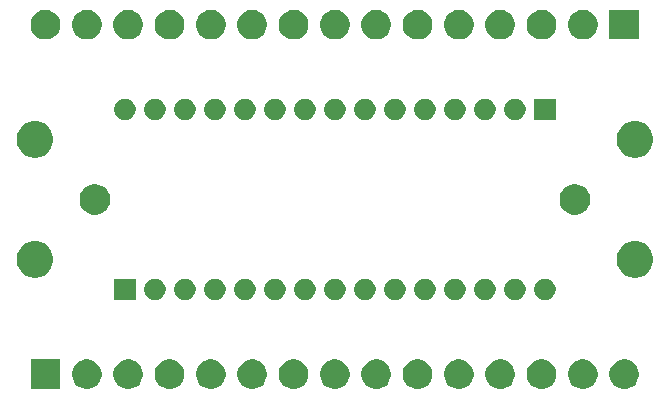
<source format=gbr>
G04 #@! TF.GenerationSoftware,KiCad,Pcbnew,5.1.5-52549c5~86~ubuntu18.04.1*
G04 #@! TF.CreationDate,2020-09-14T13:58:43-05:00*
G04 #@! TF.ProjectId,C04,4330342e-6b69-4636-9164-5f7063625858,rev?*
G04 #@! TF.SameCoordinates,Original*
G04 #@! TF.FileFunction,Soldermask,Bot*
G04 #@! TF.FilePolarity,Negative*
%FSLAX46Y46*%
G04 Gerber Fmt 4.6, Leading zero omitted, Abs format (unit mm)*
G04 Created by KiCad (PCBNEW 5.1.5-52549c5~86~ubuntu18.04.1) date 2020-09-14 13:58:43*
%MOMM*%
%LPD*%
G04 APERTURE LIST*
%ADD10C,0.100000*%
G04 APERTURE END LIST*
D10*
G36*
X25961000Y-55094000D02*
G01*
X23459000Y-55094000D01*
X23459000Y-52592000D01*
X25961000Y-52592000D01*
X25961000Y-55094000D01*
G37*
G36*
X70574903Y-52640075D02*
G01*
X70802571Y-52734378D01*
X71007466Y-52871285D01*
X71181715Y-53045534D01*
X71318622Y-53250429D01*
X71412925Y-53478097D01*
X71461000Y-53719787D01*
X71461000Y-53966213D01*
X71412925Y-54207903D01*
X71318622Y-54435571D01*
X71181715Y-54640466D01*
X71007466Y-54814715D01*
X70802571Y-54951622D01*
X70802570Y-54951623D01*
X70802569Y-54951623D01*
X70574903Y-55045925D01*
X70333214Y-55094000D01*
X70086786Y-55094000D01*
X69845097Y-55045925D01*
X69617431Y-54951623D01*
X69617430Y-54951623D01*
X69617429Y-54951622D01*
X69412534Y-54814715D01*
X69238285Y-54640466D01*
X69101378Y-54435571D01*
X69007075Y-54207903D01*
X68959000Y-53966213D01*
X68959000Y-53719787D01*
X69007075Y-53478097D01*
X69101378Y-53250429D01*
X69238285Y-53045534D01*
X69412534Y-52871285D01*
X69617429Y-52734378D01*
X69845097Y-52640075D01*
X70086786Y-52592000D01*
X70333214Y-52592000D01*
X70574903Y-52640075D01*
G37*
G36*
X74074903Y-52640075D02*
G01*
X74302571Y-52734378D01*
X74507466Y-52871285D01*
X74681715Y-53045534D01*
X74818622Y-53250429D01*
X74912925Y-53478097D01*
X74961000Y-53719787D01*
X74961000Y-53966213D01*
X74912925Y-54207903D01*
X74818622Y-54435571D01*
X74681715Y-54640466D01*
X74507466Y-54814715D01*
X74302571Y-54951622D01*
X74302570Y-54951623D01*
X74302569Y-54951623D01*
X74074903Y-55045925D01*
X73833214Y-55094000D01*
X73586786Y-55094000D01*
X73345097Y-55045925D01*
X73117431Y-54951623D01*
X73117430Y-54951623D01*
X73117429Y-54951622D01*
X72912534Y-54814715D01*
X72738285Y-54640466D01*
X72601378Y-54435571D01*
X72507075Y-54207903D01*
X72459000Y-53966213D01*
X72459000Y-53719787D01*
X72507075Y-53478097D01*
X72601378Y-53250429D01*
X72738285Y-53045534D01*
X72912534Y-52871285D01*
X73117429Y-52734378D01*
X73345097Y-52640075D01*
X73586786Y-52592000D01*
X73833214Y-52592000D01*
X74074903Y-52640075D01*
G37*
G36*
X67074903Y-52640075D02*
G01*
X67302571Y-52734378D01*
X67507466Y-52871285D01*
X67681715Y-53045534D01*
X67818622Y-53250429D01*
X67912925Y-53478097D01*
X67961000Y-53719787D01*
X67961000Y-53966213D01*
X67912925Y-54207903D01*
X67818622Y-54435571D01*
X67681715Y-54640466D01*
X67507466Y-54814715D01*
X67302571Y-54951622D01*
X67302570Y-54951623D01*
X67302569Y-54951623D01*
X67074903Y-55045925D01*
X66833214Y-55094000D01*
X66586786Y-55094000D01*
X66345097Y-55045925D01*
X66117431Y-54951623D01*
X66117430Y-54951623D01*
X66117429Y-54951622D01*
X65912534Y-54814715D01*
X65738285Y-54640466D01*
X65601378Y-54435571D01*
X65507075Y-54207903D01*
X65459000Y-53966213D01*
X65459000Y-53719787D01*
X65507075Y-53478097D01*
X65601378Y-53250429D01*
X65738285Y-53045534D01*
X65912534Y-52871285D01*
X66117429Y-52734378D01*
X66345097Y-52640075D01*
X66586786Y-52592000D01*
X66833214Y-52592000D01*
X67074903Y-52640075D01*
G37*
G36*
X63574903Y-52640075D02*
G01*
X63802571Y-52734378D01*
X64007466Y-52871285D01*
X64181715Y-53045534D01*
X64318622Y-53250429D01*
X64412925Y-53478097D01*
X64461000Y-53719787D01*
X64461000Y-53966213D01*
X64412925Y-54207903D01*
X64318622Y-54435571D01*
X64181715Y-54640466D01*
X64007466Y-54814715D01*
X63802571Y-54951622D01*
X63802570Y-54951623D01*
X63802569Y-54951623D01*
X63574903Y-55045925D01*
X63333214Y-55094000D01*
X63086786Y-55094000D01*
X62845097Y-55045925D01*
X62617431Y-54951623D01*
X62617430Y-54951623D01*
X62617429Y-54951622D01*
X62412534Y-54814715D01*
X62238285Y-54640466D01*
X62101378Y-54435571D01*
X62007075Y-54207903D01*
X61959000Y-53966213D01*
X61959000Y-53719787D01*
X62007075Y-53478097D01*
X62101378Y-53250429D01*
X62238285Y-53045534D01*
X62412534Y-52871285D01*
X62617429Y-52734378D01*
X62845097Y-52640075D01*
X63086786Y-52592000D01*
X63333214Y-52592000D01*
X63574903Y-52640075D01*
G37*
G36*
X60074903Y-52640075D02*
G01*
X60302571Y-52734378D01*
X60507466Y-52871285D01*
X60681715Y-53045534D01*
X60818622Y-53250429D01*
X60912925Y-53478097D01*
X60961000Y-53719787D01*
X60961000Y-53966213D01*
X60912925Y-54207903D01*
X60818622Y-54435571D01*
X60681715Y-54640466D01*
X60507466Y-54814715D01*
X60302571Y-54951622D01*
X60302570Y-54951623D01*
X60302569Y-54951623D01*
X60074903Y-55045925D01*
X59833214Y-55094000D01*
X59586786Y-55094000D01*
X59345097Y-55045925D01*
X59117431Y-54951623D01*
X59117430Y-54951623D01*
X59117429Y-54951622D01*
X58912534Y-54814715D01*
X58738285Y-54640466D01*
X58601378Y-54435571D01*
X58507075Y-54207903D01*
X58459000Y-53966213D01*
X58459000Y-53719787D01*
X58507075Y-53478097D01*
X58601378Y-53250429D01*
X58738285Y-53045534D01*
X58912534Y-52871285D01*
X59117429Y-52734378D01*
X59345097Y-52640075D01*
X59586786Y-52592000D01*
X59833214Y-52592000D01*
X60074903Y-52640075D01*
G37*
G36*
X56574903Y-52640075D02*
G01*
X56802571Y-52734378D01*
X57007466Y-52871285D01*
X57181715Y-53045534D01*
X57318622Y-53250429D01*
X57412925Y-53478097D01*
X57461000Y-53719787D01*
X57461000Y-53966213D01*
X57412925Y-54207903D01*
X57318622Y-54435571D01*
X57181715Y-54640466D01*
X57007466Y-54814715D01*
X56802571Y-54951622D01*
X56802570Y-54951623D01*
X56802569Y-54951623D01*
X56574903Y-55045925D01*
X56333214Y-55094000D01*
X56086786Y-55094000D01*
X55845097Y-55045925D01*
X55617431Y-54951623D01*
X55617430Y-54951623D01*
X55617429Y-54951622D01*
X55412534Y-54814715D01*
X55238285Y-54640466D01*
X55101378Y-54435571D01*
X55007075Y-54207903D01*
X54959000Y-53966213D01*
X54959000Y-53719787D01*
X55007075Y-53478097D01*
X55101378Y-53250429D01*
X55238285Y-53045534D01*
X55412534Y-52871285D01*
X55617429Y-52734378D01*
X55845097Y-52640075D01*
X56086786Y-52592000D01*
X56333214Y-52592000D01*
X56574903Y-52640075D01*
G37*
G36*
X53074903Y-52640075D02*
G01*
X53302571Y-52734378D01*
X53507466Y-52871285D01*
X53681715Y-53045534D01*
X53818622Y-53250429D01*
X53912925Y-53478097D01*
X53961000Y-53719787D01*
X53961000Y-53966213D01*
X53912925Y-54207903D01*
X53818622Y-54435571D01*
X53681715Y-54640466D01*
X53507466Y-54814715D01*
X53302571Y-54951622D01*
X53302570Y-54951623D01*
X53302569Y-54951623D01*
X53074903Y-55045925D01*
X52833214Y-55094000D01*
X52586786Y-55094000D01*
X52345097Y-55045925D01*
X52117431Y-54951623D01*
X52117430Y-54951623D01*
X52117429Y-54951622D01*
X51912534Y-54814715D01*
X51738285Y-54640466D01*
X51601378Y-54435571D01*
X51507075Y-54207903D01*
X51459000Y-53966213D01*
X51459000Y-53719787D01*
X51507075Y-53478097D01*
X51601378Y-53250429D01*
X51738285Y-53045534D01*
X51912534Y-52871285D01*
X52117429Y-52734378D01*
X52345097Y-52640075D01*
X52586786Y-52592000D01*
X52833214Y-52592000D01*
X53074903Y-52640075D01*
G37*
G36*
X46074903Y-52640075D02*
G01*
X46302571Y-52734378D01*
X46507466Y-52871285D01*
X46681715Y-53045534D01*
X46818622Y-53250429D01*
X46912925Y-53478097D01*
X46961000Y-53719787D01*
X46961000Y-53966213D01*
X46912925Y-54207903D01*
X46818622Y-54435571D01*
X46681715Y-54640466D01*
X46507466Y-54814715D01*
X46302571Y-54951622D01*
X46302570Y-54951623D01*
X46302569Y-54951623D01*
X46074903Y-55045925D01*
X45833214Y-55094000D01*
X45586786Y-55094000D01*
X45345097Y-55045925D01*
X45117431Y-54951623D01*
X45117430Y-54951623D01*
X45117429Y-54951622D01*
X44912534Y-54814715D01*
X44738285Y-54640466D01*
X44601378Y-54435571D01*
X44507075Y-54207903D01*
X44459000Y-53966213D01*
X44459000Y-53719787D01*
X44507075Y-53478097D01*
X44601378Y-53250429D01*
X44738285Y-53045534D01*
X44912534Y-52871285D01*
X45117429Y-52734378D01*
X45345097Y-52640075D01*
X45586786Y-52592000D01*
X45833214Y-52592000D01*
X46074903Y-52640075D01*
G37*
G36*
X42574903Y-52640075D02*
G01*
X42802571Y-52734378D01*
X43007466Y-52871285D01*
X43181715Y-53045534D01*
X43318622Y-53250429D01*
X43412925Y-53478097D01*
X43461000Y-53719787D01*
X43461000Y-53966213D01*
X43412925Y-54207903D01*
X43318622Y-54435571D01*
X43181715Y-54640466D01*
X43007466Y-54814715D01*
X42802571Y-54951622D01*
X42802570Y-54951623D01*
X42802569Y-54951623D01*
X42574903Y-55045925D01*
X42333214Y-55094000D01*
X42086786Y-55094000D01*
X41845097Y-55045925D01*
X41617431Y-54951623D01*
X41617430Y-54951623D01*
X41617429Y-54951622D01*
X41412534Y-54814715D01*
X41238285Y-54640466D01*
X41101378Y-54435571D01*
X41007075Y-54207903D01*
X40959000Y-53966213D01*
X40959000Y-53719787D01*
X41007075Y-53478097D01*
X41101378Y-53250429D01*
X41238285Y-53045534D01*
X41412534Y-52871285D01*
X41617429Y-52734378D01*
X41845097Y-52640075D01*
X42086786Y-52592000D01*
X42333214Y-52592000D01*
X42574903Y-52640075D01*
G37*
G36*
X39074903Y-52640075D02*
G01*
X39302571Y-52734378D01*
X39507466Y-52871285D01*
X39681715Y-53045534D01*
X39818622Y-53250429D01*
X39912925Y-53478097D01*
X39961000Y-53719787D01*
X39961000Y-53966213D01*
X39912925Y-54207903D01*
X39818622Y-54435571D01*
X39681715Y-54640466D01*
X39507466Y-54814715D01*
X39302571Y-54951622D01*
X39302570Y-54951623D01*
X39302569Y-54951623D01*
X39074903Y-55045925D01*
X38833214Y-55094000D01*
X38586786Y-55094000D01*
X38345097Y-55045925D01*
X38117431Y-54951623D01*
X38117430Y-54951623D01*
X38117429Y-54951622D01*
X37912534Y-54814715D01*
X37738285Y-54640466D01*
X37601378Y-54435571D01*
X37507075Y-54207903D01*
X37459000Y-53966213D01*
X37459000Y-53719787D01*
X37507075Y-53478097D01*
X37601378Y-53250429D01*
X37738285Y-53045534D01*
X37912534Y-52871285D01*
X38117429Y-52734378D01*
X38345097Y-52640075D01*
X38586786Y-52592000D01*
X38833214Y-52592000D01*
X39074903Y-52640075D01*
G37*
G36*
X35574903Y-52640075D02*
G01*
X35802571Y-52734378D01*
X36007466Y-52871285D01*
X36181715Y-53045534D01*
X36318622Y-53250429D01*
X36412925Y-53478097D01*
X36461000Y-53719787D01*
X36461000Y-53966213D01*
X36412925Y-54207903D01*
X36318622Y-54435571D01*
X36181715Y-54640466D01*
X36007466Y-54814715D01*
X35802571Y-54951622D01*
X35802570Y-54951623D01*
X35802569Y-54951623D01*
X35574903Y-55045925D01*
X35333214Y-55094000D01*
X35086786Y-55094000D01*
X34845097Y-55045925D01*
X34617431Y-54951623D01*
X34617430Y-54951623D01*
X34617429Y-54951622D01*
X34412534Y-54814715D01*
X34238285Y-54640466D01*
X34101378Y-54435571D01*
X34007075Y-54207903D01*
X33959000Y-53966213D01*
X33959000Y-53719787D01*
X34007075Y-53478097D01*
X34101378Y-53250429D01*
X34238285Y-53045534D01*
X34412534Y-52871285D01*
X34617429Y-52734378D01*
X34845097Y-52640075D01*
X35086786Y-52592000D01*
X35333214Y-52592000D01*
X35574903Y-52640075D01*
G37*
G36*
X32074903Y-52640075D02*
G01*
X32302571Y-52734378D01*
X32507466Y-52871285D01*
X32681715Y-53045534D01*
X32818622Y-53250429D01*
X32912925Y-53478097D01*
X32961000Y-53719787D01*
X32961000Y-53966213D01*
X32912925Y-54207903D01*
X32818622Y-54435571D01*
X32681715Y-54640466D01*
X32507466Y-54814715D01*
X32302571Y-54951622D01*
X32302570Y-54951623D01*
X32302569Y-54951623D01*
X32074903Y-55045925D01*
X31833214Y-55094000D01*
X31586786Y-55094000D01*
X31345097Y-55045925D01*
X31117431Y-54951623D01*
X31117430Y-54951623D01*
X31117429Y-54951622D01*
X30912534Y-54814715D01*
X30738285Y-54640466D01*
X30601378Y-54435571D01*
X30507075Y-54207903D01*
X30459000Y-53966213D01*
X30459000Y-53719787D01*
X30507075Y-53478097D01*
X30601378Y-53250429D01*
X30738285Y-53045534D01*
X30912534Y-52871285D01*
X31117429Y-52734378D01*
X31345097Y-52640075D01*
X31586786Y-52592000D01*
X31833214Y-52592000D01*
X32074903Y-52640075D01*
G37*
G36*
X28574903Y-52640075D02*
G01*
X28802571Y-52734378D01*
X29007466Y-52871285D01*
X29181715Y-53045534D01*
X29318622Y-53250429D01*
X29412925Y-53478097D01*
X29461000Y-53719787D01*
X29461000Y-53966213D01*
X29412925Y-54207903D01*
X29318622Y-54435571D01*
X29181715Y-54640466D01*
X29007466Y-54814715D01*
X28802571Y-54951622D01*
X28802570Y-54951623D01*
X28802569Y-54951623D01*
X28574903Y-55045925D01*
X28333214Y-55094000D01*
X28086786Y-55094000D01*
X27845097Y-55045925D01*
X27617431Y-54951623D01*
X27617430Y-54951623D01*
X27617429Y-54951622D01*
X27412534Y-54814715D01*
X27238285Y-54640466D01*
X27101378Y-54435571D01*
X27007075Y-54207903D01*
X26959000Y-53966213D01*
X26959000Y-53719787D01*
X27007075Y-53478097D01*
X27101378Y-53250429D01*
X27238285Y-53045534D01*
X27412534Y-52871285D01*
X27617429Y-52734378D01*
X27845097Y-52640075D01*
X28086786Y-52592000D01*
X28333214Y-52592000D01*
X28574903Y-52640075D01*
G37*
G36*
X49574903Y-52640075D02*
G01*
X49802571Y-52734378D01*
X50007466Y-52871285D01*
X50181715Y-53045534D01*
X50318622Y-53250429D01*
X50412925Y-53478097D01*
X50461000Y-53719787D01*
X50461000Y-53966213D01*
X50412925Y-54207903D01*
X50318622Y-54435571D01*
X50181715Y-54640466D01*
X50007466Y-54814715D01*
X49802571Y-54951622D01*
X49802570Y-54951623D01*
X49802569Y-54951623D01*
X49574903Y-55045925D01*
X49333214Y-55094000D01*
X49086786Y-55094000D01*
X48845097Y-55045925D01*
X48617431Y-54951623D01*
X48617430Y-54951623D01*
X48617429Y-54951622D01*
X48412534Y-54814715D01*
X48238285Y-54640466D01*
X48101378Y-54435571D01*
X48007075Y-54207903D01*
X47959000Y-53966213D01*
X47959000Y-53719787D01*
X48007075Y-53478097D01*
X48101378Y-53250429D01*
X48238285Y-53045534D01*
X48412534Y-52871285D01*
X48617429Y-52734378D01*
X48845097Y-52640075D01*
X49086786Y-52592000D01*
X49333214Y-52592000D01*
X49574903Y-52640075D01*
G37*
G36*
X54403512Y-45773927D02*
G01*
X54552812Y-45803624D01*
X54716784Y-45871544D01*
X54864354Y-45970147D01*
X54989853Y-46095646D01*
X55088456Y-46243216D01*
X55156376Y-46407188D01*
X55191000Y-46581259D01*
X55191000Y-46758741D01*
X55156376Y-46932812D01*
X55088456Y-47096784D01*
X54989853Y-47244354D01*
X54864354Y-47369853D01*
X54716784Y-47468456D01*
X54552812Y-47536376D01*
X54403512Y-47566073D01*
X54378742Y-47571000D01*
X54201258Y-47571000D01*
X54176488Y-47566073D01*
X54027188Y-47536376D01*
X53863216Y-47468456D01*
X53715646Y-47369853D01*
X53590147Y-47244354D01*
X53491544Y-47096784D01*
X53423624Y-46932812D01*
X53389000Y-46758741D01*
X53389000Y-46581259D01*
X53423624Y-46407188D01*
X53491544Y-46243216D01*
X53590147Y-46095646D01*
X53715646Y-45970147D01*
X53863216Y-45871544D01*
X54027188Y-45803624D01*
X54176488Y-45773927D01*
X54201258Y-45769000D01*
X54378742Y-45769000D01*
X54403512Y-45773927D01*
G37*
G36*
X32331000Y-47571000D02*
G01*
X30529000Y-47571000D01*
X30529000Y-45769000D01*
X32331000Y-45769000D01*
X32331000Y-47571000D01*
G37*
G36*
X34083512Y-45773927D02*
G01*
X34232812Y-45803624D01*
X34396784Y-45871544D01*
X34544354Y-45970147D01*
X34669853Y-46095646D01*
X34768456Y-46243216D01*
X34836376Y-46407188D01*
X34871000Y-46581259D01*
X34871000Y-46758741D01*
X34836376Y-46932812D01*
X34768456Y-47096784D01*
X34669853Y-47244354D01*
X34544354Y-47369853D01*
X34396784Y-47468456D01*
X34232812Y-47536376D01*
X34083512Y-47566073D01*
X34058742Y-47571000D01*
X33881258Y-47571000D01*
X33856488Y-47566073D01*
X33707188Y-47536376D01*
X33543216Y-47468456D01*
X33395646Y-47369853D01*
X33270147Y-47244354D01*
X33171544Y-47096784D01*
X33103624Y-46932812D01*
X33069000Y-46758741D01*
X33069000Y-46581259D01*
X33103624Y-46407188D01*
X33171544Y-46243216D01*
X33270147Y-46095646D01*
X33395646Y-45970147D01*
X33543216Y-45871544D01*
X33707188Y-45803624D01*
X33856488Y-45773927D01*
X33881258Y-45769000D01*
X34058742Y-45769000D01*
X34083512Y-45773927D01*
G37*
G36*
X36623512Y-45773927D02*
G01*
X36772812Y-45803624D01*
X36936784Y-45871544D01*
X37084354Y-45970147D01*
X37209853Y-46095646D01*
X37308456Y-46243216D01*
X37376376Y-46407188D01*
X37411000Y-46581259D01*
X37411000Y-46758741D01*
X37376376Y-46932812D01*
X37308456Y-47096784D01*
X37209853Y-47244354D01*
X37084354Y-47369853D01*
X36936784Y-47468456D01*
X36772812Y-47536376D01*
X36623512Y-47566073D01*
X36598742Y-47571000D01*
X36421258Y-47571000D01*
X36396488Y-47566073D01*
X36247188Y-47536376D01*
X36083216Y-47468456D01*
X35935646Y-47369853D01*
X35810147Y-47244354D01*
X35711544Y-47096784D01*
X35643624Y-46932812D01*
X35609000Y-46758741D01*
X35609000Y-46581259D01*
X35643624Y-46407188D01*
X35711544Y-46243216D01*
X35810147Y-46095646D01*
X35935646Y-45970147D01*
X36083216Y-45871544D01*
X36247188Y-45803624D01*
X36396488Y-45773927D01*
X36421258Y-45769000D01*
X36598742Y-45769000D01*
X36623512Y-45773927D01*
G37*
G36*
X39163512Y-45773927D02*
G01*
X39312812Y-45803624D01*
X39476784Y-45871544D01*
X39624354Y-45970147D01*
X39749853Y-46095646D01*
X39848456Y-46243216D01*
X39916376Y-46407188D01*
X39951000Y-46581259D01*
X39951000Y-46758741D01*
X39916376Y-46932812D01*
X39848456Y-47096784D01*
X39749853Y-47244354D01*
X39624354Y-47369853D01*
X39476784Y-47468456D01*
X39312812Y-47536376D01*
X39163512Y-47566073D01*
X39138742Y-47571000D01*
X38961258Y-47571000D01*
X38936488Y-47566073D01*
X38787188Y-47536376D01*
X38623216Y-47468456D01*
X38475646Y-47369853D01*
X38350147Y-47244354D01*
X38251544Y-47096784D01*
X38183624Y-46932812D01*
X38149000Y-46758741D01*
X38149000Y-46581259D01*
X38183624Y-46407188D01*
X38251544Y-46243216D01*
X38350147Y-46095646D01*
X38475646Y-45970147D01*
X38623216Y-45871544D01*
X38787188Y-45803624D01*
X38936488Y-45773927D01*
X38961258Y-45769000D01*
X39138742Y-45769000D01*
X39163512Y-45773927D01*
G37*
G36*
X41703512Y-45773927D02*
G01*
X41852812Y-45803624D01*
X42016784Y-45871544D01*
X42164354Y-45970147D01*
X42289853Y-46095646D01*
X42388456Y-46243216D01*
X42456376Y-46407188D01*
X42491000Y-46581259D01*
X42491000Y-46758741D01*
X42456376Y-46932812D01*
X42388456Y-47096784D01*
X42289853Y-47244354D01*
X42164354Y-47369853D01*
X42016784Y-47468456D01*
X41852812Y-47536376D01*
X41703512Y-47566073D01*
X41678742Y-47571000D01*
X41501258Y-47571000D01*
X41476488Y-47566073D01*
X41327188Y-47536376D01*
X41163216Y-47468456D01*
X41015646Y-47369853D01*
X40890147Y-47244354D01*
X40791544Y-47096784D01*
X40723624Y-46932812D01*
X40689000Y-46758741D01*
X40689000Y-46581259D01*
X40723624Y-46407188D01*
X40791544Y-46243216D01*
X40890147Y-46095646D01*
X41015646Y-45970147D01*
X41163216Y-45871544D01*
X41327188Y-45803624D01*
X41476488Y-45773927D01*
X41501258Y-45769000D01*
X41678742Y-45769000D01*
X41703512Y-45773927D01*
G37*
G36*
X44243512Y-45773927D02*
G01*
X44392812Y-45803624D01*
X44556784Y-45871544D01*
X44704354Y-45970147D01*
X44829853Y-46095646D01*
X44928456Y-46243216D01*
X44996376Y-46407188D01*
X45031000Y-46581259D01*
X45031000Y-46758741D01*
X44996376Y-46932812D01*
X44928456Y-47096784D01*
X44829853Y-47244354D01*
X44704354Y-47369853D01*
X44556784Y-47468456D01*
X44392812Y-47536376D01*
X44243512Y-47566073D01*
X44218742Y-47571000D01*
X44041258Y-47571000D01*
X44016488Y-47566073D01*
X43867188Y-47536376D01*
X43703216Y-47468456D01*
X43555646Y-47369853D01*
X43430147Y-47244354D01*
X43331544Y-47096784D01*
X43263624Y-46932812D01*
X43229000Y-46758741D01*
X43229000Y-46581259D01*
X43263624Y-46407188D01*
X43331544Y-46243216D01*
X43430147Y-46095646D01*
X43555646Y-45970147D01*
X43703216Y-45871544D01*
X43867188Y-45803624D01*
X44016488Y-45773927D01*
X44041258Y-45769000D01*
X44218742Y-45769000D01*
X44243512Y-45773927D01*
G37*
G36*
X46783512Y-45773927D02*
G01*
X46932812Y-45803624D01*
X47096784Y-45871544D01*
X47244354Y-45970147D01*
X47369853Y-46095646D01*
X47468456Y-46243216D01*
X47536376Y-46407188D01*
X47571000Y-46581259D01*
X47571000Y-46758741D01*
X47536376Y-46932812D01*
X47468456Y-47096784D01*
X47369853Y-47244354D01*
X47244354Y-47369853D01*
X47096784Y-47468456D01*
X46932812Y-47536376D01*
X46783512Y-47566073D01*
X46758742Y-47571000D01*
X46581258Y-47571000D01*
X46556488Y-47566073D01*
X46407188Y-47536376D01*
X46243216Y-47468456D01*
X46095646Y-47369853D01*
X45970147Y-47244354D01*
X45871544Y-47096784D01*
X45803624Y-46932812D01*
X45769000Y-46758741D01*
X45769000Y-46581259D01*
X45803624Y-46407188D01*
X45871544Y-46243216D01*
X45970147Y-46095646D01*
X46095646Y-45970147D01*
X46243216Y-45871544D01*
X46407188Y-45803624D01*
X46556488Y-45773927D01*
X46581258Y-45769000D01*
X46758742Y-45769000D01*
X46783512Y-45773927D01*
G37*
G36*
X49323512Y-45773927D02*
G01*
X49472812Y-45803624D01*
X49636784Y-45871544D01*
X49784354Y-45970147D01*
X49909853Y-46095646D01*
X50008456Y-46243216D01*
X50076376Y-46407188D01*
X50111000Y-46581259D01*
X50111000Y-46758741D01*
X50076376Y-46932812D01*
X50008456Y-47096784D01*
X49909853Y-47244354D01*
X49784354Y-47369853D01*
X49636784Y-47468456D01*
X49472812Y-47536376D01*
X49323512Y-47566073D01*
X49298742Y-47571000D01*
X49121258Y-47571000D01*
X49096488Y-47566073D01*
X48947188Y-47536376D01*
X48783216Y-47468456D01*
X48635646Y-47369853D01*
X48510147Y-47244354D01*
X48411544Y-47096784D01*
X48343624Y-46932812D01*
X48309000Y-46758741D01*
X48309000Y-46581259D01*
X48343624Y-46407188D01*
X48411544Y-46243216D01*
X48510147Y-46095646D01*
X48635646Y-45970147D01*
X48783216Y-45871544D01*
X48947188Y-45803624D01*
X49096488Y-45773927D01*
X49121258Y-45769000D01*
X49298742Y-45769000D01*
X49323512Y-45773927D01*
G37*
G36*
X51863512Y-45773927D02*
G01*
X52012812Y-45803624D01*
X52176784Y-45871544D01*
X52324354Y-45970147D01*
X52449853Y-46095646D01*
X52548456Y-46243216D01*
X52616376Y-46407188D01*
X52651000Y-46581259D01*
X52651000Y-46758741D01*
X52616376Y-46932812D01*
X52548456Y-47096784D01*
X52449853Y-47244354D01*
X52324354Y-47369853D01*
X52176784Y-47468456D01*
X52012812Y-47536376D01*
X51863512Y-47566073D01*
X51838742Y-47571000D01*
X51661258Y-47571000D01*
X51636488Y-47566073D01*
X51487188Y-47536376D01*
X51323216Y-47468456D01*
X51175646Y-47369853D01*
X51050147Y-47244354D01*
X50951544Y-47096784D01*
X50883624Y-46932812D01*
X50849000Y-46758741D01*
X50849000Y-46581259D01*
X50883624Y-46407188D01*
X50951544Y-46243216D01*
X51050147Y-46095646D01*
X51175646Y-45970147D01*
X51323216Y-45871544D01*
X51487188Y-45803624D01*
X51636488Y-45773927D01*
X51661258Y-45769000D01*
X51838742Y-45769000D01*
X51863512Y-45773927D01*
G37*
G36*
X56943512Y-45773927D02*
G01*
X57092812Y-45803624D01*
X57256784Y-45871544D01*
X57404354Y-45970147D01*
X57529853Y-46095646D01*
X57628456Y-46243216D01*
X57696376Y-46407188D01*
X57731000Y-46581259D01*
X57731000Y-46758741D01*
X57696376Y-46932812D01*
X57628456Y-47096784D01*
X57529853Y-47244354D01*
X57404354Y-47369853D01*
X57256784Y-47468456D01*
X57092812Y-47536376D01*
X56943512Y-47566073D01*
X56918742Y-47571000D01*
X56741258Y-47571000D01*
X56716488Y-47566073D01*
X56567188Y-47536376D01*
X56403216Y-47468456D01*
X56255646Y-47369853D01*
X56130147Y-47244354D01*
X56031544Y-47096784D01*
X55963624Y-46932812D01*
X55929000Y-46758741D01*
X55929000Y-46581259D01*
X55963624Y-46407188D01*
X56031544Y-46243216D01*
X56130147Y-46095646D01*
X56255646Y-45970147D01*
X56403216Y-45871544D01*
X56567188Y-45803624D01*
X56716488Y-45773927D01*
X56741258Y-45769000D01*
X56918742Y-45769000D01*
X56943512Y-45773927D01*
G37*
G36*
X59483512Y-45773927D02*
G01*
X59632812Y-45803624D01*
X59796784Y-45871544D01*
X59944354Y-45970147D01*
X60069853Y-46095646D01*
X60168456Y-46243216D01*
X60236376Y-46407188D01*
X60271000Y-46581259D01*
X60271000Y-46758741D01*
X60236376Y-46932812D01*
X60168456Y-47096784D01*
X60069853Y-47244354D01*
X59944354Y-47369853D01*
X59796784Y-47468456D01*
X59632812Y-47536376D01*
X59483512Y-47566073D01*
X59458742Y-47571000D01*
X59281258Y-47571000D01*
X59256488Y-47566073D01*
X59107188Y-47536376D01*
X58943216Y-47468456D01*
X58795646Y-47369853D01*
X58670147Y-47244354D01*
X58571544Y-47096784D01*
X58503624Y-46932812D01*
X58469000Y-46758741D01*
X58469000Y-46581259D01*
X58503624Y-46407188D01*
X58571544Y-46243216D01*
X58670147Y-46095646D01*
X58795646Y-45970147D01*
X58943216Y-45871544D01*
X59107188Y-45803624D01*
X59256488Y-45773927D01*
X59281258Y-45769000D01*
X59458742Y-45769000D01*
X59483512Y-45773927D01*
G37*
G36*
X64563512Y-45773927D02*
G01*
X64712812Y-45803624D01*
X64876784Y-45871544D01*
X65024354Y-45970147D01*
X65149853Y-46095646D01*
X65248456Y-46243216D01*
X65316376Y-46407188D01*
X65351000Y-46581259D01*
X65351000Y-46758741D01*
X65316376Y-46932812D01*
X65248456Y-47096784D01*
X65149853Y-47244354D01*
X65024354Y-47369853D01*
X64876784Y-47468456D01*
X64712812Y-47536376D01*
X64563512Y-47566073D01*
X64538742Y-47571000D01*
X64361258Y-47571000D01*
X64336488Y-47566073D01*
X64187188Y-47536376D01*
X64023216Y-47468456D01*
X63875646Y-47369853D01*
X63750147Y-47244354D01*
X63651544Y-47096784D01*
X63583624Y-46932812D01*
X63549000Y-46758741D01*
X63549000Y-46581259D01*
X63583624Y-46407188D01*
X63651544Y-46243216D01*
X63750147Y-46095646D01*
X63875646Y-45970147D01*
X64023216Y-45871544D01*
X64187188Y-45803624D01*
X64336488Y-45773927D01*
X64361258Y-45769000D01*
X64538742Y-45769000D01*
X64563512Y-45773927D01*
G37*
G36*
X62023512Y-45773927D02*
G01*
X62172812Y-45803624D01*
X62336784Y-45871544D01*
X62484354Y-45970147D01*
X62609853Y-46095646D01*
X62708456Y-46243216D01*
X62776376Y-46407188D01*
X62811000Y-46581259D01*
X62811000Y-46758741D01*
X62776376Y-46932812D01*
X62708456Y-47096784D01*
X62609853Y-47244354D01*
X62484354Y-47369853D01*
X62336784Y-47468456D01*
X62172812Y-47536376D01*
X62023512Y-47566073D01*
X61998742Y-47571000D01*
X61821258Y-47571000D01*
X61796488Y-47566073D01*
X61647188Y-47536376D01*
X61483216Y-47468456D01*
X61335646Y-47369853D01*
X61210147Y-47244354D01*
X61111544Y-47096784D01*
X61043624Y-46932812D01*
X61009000Y-46758741D01*
X61009000Y-46581259D01*
X61043624Y-46407188D01*
X61111544Y-46243216D01*
X61210147Y-46095646D01*
X61335646Y-45970147D01*
X61483216Y-45871544D01*
X61647188Y-45803624D01*
X61796488Y-45773927D01*
X61821258Y-45769000D01*
X61998742Y-45769000D01*
X62023512Y-45773927D01*
G37*
G36*
X67103512Y-45773927D02*
G01*
X67252812Y-45803624D01*
X67416784Y-45871544D01*
X67564354Y-45970147D01*
X67689853Y-46095646D01*
X67788456Y-46243216D01*
X67856376Y-46407188D01*
X67891000Y-46581259D01*
X67891000Y-46758741D01*
X67856376Y-46932812D01*
X67788456Y-47096784D01*
X67689853Y-47244354D01*
X67564354Y-47369853D01*
X67416784Y-47468456D01*
X67252812Y-47536376D01*
X67103512Y-47566073D01*
X67078742Y-47571000D01*
X66901258Y-47571000D01*
X66876488Y-47566073D01*
X66727188Y-47536376D01*
X66563216Y-47468456D01*
X66415646Y-47369853D01*
X66290147Y-47244354D01*
X66191544Y-47096784D01*
X66123624Y-46932812D01*
X66089000Y-46758741D01*
X66089000Y-46581259D01*
X66123624Y-46407188D01*
X66191544Y-46243216D01*
X66290147Y-46095646D01*
X66415646Y-45970147D01*
X66563216Y-45871544D01*
X66727188Y-45803624D01*
X66876488Y-45773927D01*
X66901258Y-45769000D01*
X67078742Y-45769000D01*
X67103512Y-45773927D01*
G37*
G36*
X74912585Y-42608802D02*
G01*
X75062410Y-42638604D01*
X75344674Y-42755521D01*
X75598705Y-42925259D01*
X75814741Y-43141295D01*
X75984479Y-43395326D01*
X76101396Y-43677590D01*
X76161000Y-43977240D01*
X76161000Y-44282760D01*
X76101396Y-44582410D01*
X75984479Y-44864674D01*
X75814741Y-45118705D01*
X75598705Y-45334741D01*
X75344674Y-45504479D01*
X75062410Y-45621396D01*
X74912585Y-45651198D01*
X74762761Y-45681000D01*
X74457239Y-45681000D01*
X74307415Y-45651198D01*
X74157590Y-45621396D01*
X73875326Y-45504479D01*
X73621295Y-45334741D01*
X73405259Y-45118705D01*
X73235521Y-44864674D01*
X73118604Y-44582410D01*
X73059000Y-44282760D01*
X73059000Y-43977240D01*
X73118604Y-43677590D01*
X73235521Y-43395326D01*
X73405259Y-43141295D01*
X73621295Y-42925259D01*
X73875326Y-42755521D01*
X74157590Y-42638604D01*
X74307415Y-42608802D01*
X74457239Y-42579000D01*
X74762761Y-42579000D01*
X74912585Y-42608802D01*
G37*
G36*
X24112585Y-42608802D02*
G01*
X24262410Y-42638604D01*
X24544674Y-42755521D01*
X24798705Y-42925259D01*
X25014741Y-43141295D01*
X25184479Y-43395326D01*
X25301396Y-43677590D01*
X25361000Y-43977240D01*
X25361000Y-44282760D01*
X25301396Y-44582410D01*
X25184479Y-44864674D01*
X25014741Y-45118705D01*
X24798705Y-45334741D01*
X24544674Y-45504479D01*
X24262410Y-45621396D01*
X24112585Y-45651198D01*
X23962761Y-45681000D01*
X23657239Y-45681000D01*
X23507415Y-45651198D01*
X23357590Y-45621396D01*
X23075326Y-45504479D01*
X22821295Y-45334741D01*
X22605259Y-45118705D01*
X22435521Y-44864674D01*
X22318604Y-44582410D01*
X22259000Y-44282760D01*
X22259000Y-43977240D01*
X22318604Y-43677590D01*
X22435521Y-43395326D01*
X22605259Y-43141295D01*
X22821295Y-42925259D01*
X23075326Y-42755521D01*
X23357590Y-42638604D01*
X23507415Y-42608802D01*
X23657239Y-42579000D01*
X23962761Y-42579000D01*
X24112585Y-42608802D01*
G37*
G36*
X69909393Y-37799304D02*
G01*
X70146101Y-37897352D01*
X70146103Y-37897353D01*
X70359135Y-38039696D01*
X70540304Y-38220865D01*
X70682647Y-38433897D01*
X70682648Y-38433899D01*
X70780696Y-38670607D01*
X70830680Y-38921893D01*
X70830680Y-39178107D01*
X70780696Y-39429393D01*
X70682648Y-39666101D01*
X70682647Y-39666103D01*
X70540304Y-39879135D01*
X70359135Y-40060304D01*
X70146103Y-40202647D01*
X70146102Y-40202648D01*
X70146101Y-40202648D01*
X69909393Y-40300696D01*
X69658107Y-40350680D01*
X69401893Y-40350680D01*
X69150607Y-40300696D01*
X68913899Y-40202648D01*
X68913898Y-40202648D01*
X68913897Y-40202647D01*
X68700865Y-40060304D01*
X68519696Y-39879135D01*
X68377353Y-39666103D01*
X68377352Y-39666101D01*
X68279304Y-39429393D01*
X68229320Y-39178107D01*
X68229320Y-38921893D01*
X68279304Y-38670607D01*
X68377352Y-38433899D01*
X68377353Y-38433897D01*
X68519696Y-38220865D01*
X68700865Y-38039696D01*
X68913897Y-37897353D01*
X68913899Y-37897352D01*
X69150607Y-37799304D01*
X69401893Y-37749320D01*
X69658107Y-37749320D01*
X69909393Y-37799304D01*
G37*
G36*
X29269393Y-37799304D02*
G01*
X29506101Y-37897352D01*
X29506103Y-37897353D01*
X29719135Y-38039696D01*
X29900304Y-38220865D01*
X30042647Y-38433897D01*
X30042648Y-38433899D01*
X30140696Y-38670607D01*
X30190680Y-38921893D01*
X30190680Y-39178107D01*
X30140696Y-39429393D01*
X30042648Y-39666101D01*
X30042647Y-39666103D01*
X29900304Y-39879135D01*
X29719135Y-40060304D01*
X29506103Y-40202647D01*
X29506102Y-40202648D01*
X29506101Y-40202648D01*
X29269393Y-40300696D01*
X29018107Y-40350680D01*
X28761893Y-40350680D01*
X28510607Y-40300696D01*
X28273899Y-40202648D01*
X28273898Y-40202648D01*
X28273897Y-40202647D01*
X28060865Y-40060304D01*
X27879696Y-39879135D01*
X27737353Y-39666103D01*
X27737352Y-39666101D01*
X27639304Y-39429393D01*
X27589320Y-39178107D01*
X27589320Y-38921893D01*
X27639304Y-38670607D01*
X27737352Y-38433899D01*
X27737353Y-38433897D01*
X27879696Y-38220865D01*
X28060865Y-38039696D01*
X28273897Y-37897353D01*
X28273899Y-37897352D01*
X28510607Y-37799304D01*
X28761893Y-37749320D01*
X29018107Y-37749320D01*
X29269393Y-37799304D01*
G37*
G36*
X24112585Y-32448802D02*
G01*
X24262410Y-32478604D01*
X24544674Y-32595521D01*
X24798705Y-32765259D01*
X25014741Y-32981295D01*
X25184479Y-33235326D01*
X25301396Y-33517590D01*
X25361000Y-33817240D01*
X25361000Y-34122760D01*
X25301396Y-34422410D01*
X25184479Y-34704674D01*
X25014741Y-34958705D01*
X24798705Y-35174741D01*
X24544674Y-35344479D01*
X24262410Y-35461396D01*
X24112585Y-35491198D01*
X23962761Y-35521000D01*
X23657239Y-35521000D01*
X23507415Y-35491198D01*
X23357590Y-35461396D01*
X23075326Y-35344479D01*
X22821295Y-35174741D01*
X22605259Y-34958705D01*
X22435521Y-34704674D01*
X22318604Y-34422410D01*
X22259000Y-34122760D01*
X22259000Y-33817240D01*
X22318604Y-33517590D01*
X22435521Y-33235326D01*
X22605259Y-32981295D01*
X22821295Y-32765259D01*
X23075326Y-32595521D01*
X23357590Y-32478604D01*
X23507415Y-32448802D01*
X23657239Y-32419000D01*
X23962761Y-32419000D01*
X24112585Y-32448802D01*
G37*
G36*
X74912585Y-32448802D02*
G01*
X75062410Y-32478604D01*
X75344674Y-32595521D01*
X75598705Y-32765259D01*
X75814741Y-32981295D01*
X75984479Y-33235326D01*
X76101396Y-33517590D01*
X76161000Y-33817240D01*
X76161000Y-34122760D01*
X76101396Y-34422410D01*
X75984479Y-34704674D01*
X75814741Y-34958705D01*
X75598705Y-35174741D01*
X75344674Y-35344479D01*
X75062410Y-35461396D01*
X74912585Y-35491198D01*
X74762761Y-35521000D01*
X74457239Y-35521000D01*
X74307415Y-35491198D01*
X74157590Y-35461396D01*
X73875326Y-35344479D01*
X73621295Y-35174741D01*
X73405259Y-34958705D01*
X73235521Y-34704674D01*
X73118604Y-34422410D01*
X73059000Y-34122760D01*
X73059000Y-33817240D01*
X73118604Y-33517590D01*
X73235521Y-33235326D01*
X73405259Y-32981295D01*
X73621295Y-32765259D01*
X73875326Y-32595521D01*
X74157590Y-32478604D01*
X74307415Y-32448802D01*
X74457239Y-32419000D01*
X74762761Y-32419000D01*
X74912585Y-32448802D01*
G37*
G36*
X64563512Y-30533927D02*
G01*
X64712812Y-30563624D01*
X64876784Y-30631544D01*
X65024354Y-30730147D01*
X65149853Y-30855646D01*
X65248456Y-31003216D01*
X65316376Y-31167188D01*
X65351000Y-31341259D01*
X65351000Y-31518741D01*
X65316376Y-31692812D01*
X65248456Y-31856784D01*
X65149853Y-32004354D01*
X65024354Y-32129853D01*
X64876784Y-32228456D01*
X64712812Y-32296376D01*
X64563512Y-32326073D01*
X64538742Y-32331000D01*
X64361258Y-32331000D01*
X64336488Y-32326073D01*
X64187188Y-32296376D01*
X64023216Y-32228456D01*
X63875646Y-32129853D01*
X63750147Y-32004354D01*
X63651544Y-31856784D01*
X63583624Y-31692812D01*
X63549000Y-31518741D01*
X63549000Y-31341259D01*
X63583624Y-31167188D01*
X63651544Y-31003216D01*
X63750147Y-30855646D01*
X63875646Y-30730147D01*
X64023216Y-30631544D01*
X64187188Y-30563624D01*
X64336488Y-30533927D01*
X64361258Y-30529000D01*
X64538742Y-30529000D01*
X64563512Y-30533927D01*
G37*
G36*
X67891000Y-32331000D02*
G01*
X66089000Y-32331000D01*
X66089000Y-30529000D01*
X67891000Y-30529000D01*
X67891000Y-32331000D01*
G37*
G36*
X62023512Y-30533927D02*
G01*
X62172812Y-30563624D01*
X62336784Y-30631544D01*
X62484354Y-30730147D01*
X62609853Y-30855646D01*
X62708456Y-31003216D01*
X62776376Y-31167188D01*
X62811000Y-31341259D01*
X62811000Y-31518741D01*
X62776376Y-31692812D01*
X62708456Y-31856784D01*
X62609853Y-32004354D01*
X62484354Y-32129853D01*
X62336784Y-32228456D01*
X62172812Y-32296376D01*
X62023512Y-32326073D01*
X61998742Y-32331000D01*
X61821258Y-32331000D01*
X61796488Y-32326073D01*
X61647188Y-32296376D01*
X61483216Y-32228456D01*
X61335646Y-32129853D01*
X61210147Y-32004354D01*
X61111544Y-31856784D01*
X61043624Y-31692812D01*
X61009000Y-31518741D01*
X61009000Y-31341259D01*
X61043624Y-31167188D01*
X61111544Y-31003216D01*
X61210147Y-30855646D01*
X61335646Y-30730147D01*
X61483216Y-30631544D01*
X61647188Y-30563624D01*
X61796488Y-30533927D01*
X61821258Y-30529000D01*
X61998742Y-30529000D01*
X62023512Y-30533927D01*
G37*
G36*
X59483512Y-30533927D02*
G01*
X59632812Y-30563624D01*
X59796784Y-30631544D01*
X59944354Y-30730147D01*
X60069853Y-30855646D01*
X60168456Y-31003216D01*
X60236376Y-31167188D01*
X60271000Y-31341259D01*
X60271000Y-31518741D01*
X60236376Y-31692812D01*
X60168456Y-31856784D01*
X60069853Y-32004354D01*
X59944354Y-32129853D01*
X59796784Y-32228456D01*
X59632812Y-32296376D01*
X59483512Y-32326073D01*
X59458742Y-32331000D01*
X59281258Y-32331000D01*
X59256488Y-32326073D01*
X59107188Y-32296376D01*
X58943216Y-32228456D01*
X58795646Y-32129853D01*
X58670147Y-32004354D01*
X58571544Y-31856784D01*
X58503624Y-31692812D01*
X58469000Y-31518741D01*
X58469000Y-31341259D01*
X58503624Y-31167188D01*
X58571544Y-31003216D01*
X58670147Y-30855646D01*
X58795646Y-30730147D01*
X58943216Y-30631544D01*
X59107188Y-30563624D01*
X59256488Y-30533927D01*
X59281258Y-30529000D01*
X59458742Y-30529000D01*
X59483512Y-30533927D01*
G37*
G36*
X46783512Y-30533927D02*
G01*
X46932812Y-30563624D01*
X47096784Y-30631544D01*
X47244354Y-30730147D01*
X47369853Y-30855646D01*
X47468456Y-31003216D01*
X47536376Y-31167188D01*
X47571000Y-31341259D01*
X47571000Y-31518741D01*
X47536376Y-31692812D01*
X47468456Y-31856784D01*
X47369853Y-32004354D01*
X47244354Y-32129853D01*
X47096784Y-32228456D01*
X46932812Y-32296376D01*
X46783512Y-32326073D01*
X46758742Y-32331000D01*
X46581258Y-32331000D01*
X46556488Y-32326073D01*
X46407188Y-32296376D01*
X46243216Y-32228456D01*
X46095646Y-32129853D01*
X45970147Y-32004354D01*
X45871544Y-31856784D01*
X45803624Y-31692812D01*
X45769000Y-31518741D01*
X45769000Y-31341259D01*
X45803624Y-31167188D01*
X45871544Y-31003216D01*
X45970147Y-30855646D01*
X46095646Y-30730147D01*
X46243216Y-30631544D01*
X46407188Y-30563624D01*
X46556488Y-30533927D01*
X46581258Y-30529000D01*
X46758742Y-30529000D01*
X46783512Y-30533927D01*
G37*
G36*
X51863512Y-30533927D02*
G01*
X52012812Y-30563624D01*
X52176784Y-30631544D01*
X52324354Y-30730147D01*
X52449853Y-30855646D01*
X52548456Y-31003216D01*
X52616376Y-31167188D01*
X52651000Y-31341259D01*
X52651000Y-31518741D01*
X52616376Y-31692812D01*
X52548456Y-31856784D01*
X52449853Y-32004354D01*
X52324354Y-32129853D01*
X52176784Y-32228456D01*
X52012812Y-32296376D01*
X51863512Y-32326073D01*
X51838742Y-32331000D01*
X51661258Y-32331000D01*
X51636488Y-32326073D01*
X51487188Y-32296376D01*
X51323216Y-32228456D01*
X51175646Y-32129853D01*
X51050147Y-32004354D01*
X50951544Y-31856784D01*
X50883624Y-31692812D01*
X50849000Y-31518741D01*
X50849000Y-31341259D01*
X50883624Y-31167188D01*
X50951544Y-31003216D01*
X51050147Y-30855646D01*
X51175646Y-30730147D01*
X51323216Y-30631544D01*
X51487188Y-30563624D01*
X51636488Y-30533927D01*
X51661258Y-30529000D01*
X51838742Y-30529000D01*
X51863512Y-30533927D01*
G37*
G36*
X49323512Y-30533927D02*
G01*
X49472812Y-30563624D01*
X49636784Y-30631544D01*
X49784354Y-30730147D01*
X49909853Y-30855646D01*
X50008456Y-31003216D01*
X50076376Y-31167188D01*
X50111000Y-31341259D01*
X50111000Y-31518741D01*
X50076376Y-31692812D01*
X50008456Y-31856784D01*
X49909853Y-32004354D01*
X49784354Y-32129853D01*
X49636784Y-32228456D01*
X49472812Y-32296376D01*
X49323512Y-32326073D01*
X49298742Y-32331000D01*
X49121258Y-32331000D01*
X49096488Y-32326073D01*
X48947188Y-32296376D01*
X48783216Y-32228456D01*
X48635646Y-32129853D01*
X48510147Y-32004354D01*
X48411544Y-31856784D01*
X48343624Y-31692812D01*
X48309000Y-31518741D01*
X48309000Y-31341259D01*
X48343624Y-31167188D01*
X48411544Y-31003216D01*
X48510147Y-30855646D01*
X48635646Y-30730147D01*
X48783216Y-30631544D01*
X48947188Y-30563624D01*
X49096488Y-30533927D01*
X49121258Y-30529000D01*
X49298742Y-30529000D01*
X49323512Y-30533927D01*
G37*
G36*
X44243512Y-30533927D02*
G01*
X44392812Y-30563624D01*
X44556784Y-30631544D01*
X44704354Y-30730147D01*
X44829853Y-30855646D01*
X44928456Y-31003216D01*
X44996376Y-31167188D01*
X45031000Y-31341259D01*
X45031000Y-31518741D01*
X44996376Y-31692812D01*
X44928456Y-31856784D01*
X44829853Y-32004354D01*
X44704354Y-32129853D01*
X44556784Y-32228456D01*
X44392812Y-32296376D01*
X44243512Y-32326073D01*
X44218742Y-32331000D01*
X44041258Y-32331000D01*
X44016488Y-32326073D01*
X43867188Y-32296376D01*
X43703216Y-32228456D01*
X43555646Y-32129853D01*
X43430147Y-32004354D01*
X43331544Y-31856784D01*
X43263624Y-31692812D01*
X43229000Y-31518741D01*
X43229000Y-31341259D01*
X43263624Y-31167188D01*
X43331544Y-31003216D01*
X43430147Y-30855646D01*
X43555646Y-30730147D01*
X43703216Y-30631544D01*
X43867188Y-30563624D01*
X44016488Y-30533927D01*
X44041258Y-30529000D01*
X44218742Y-30529000D01*
X44243512Y-30533927D01*
G37*
G36*
X41703512Y-30533927D02*
G01*
X41852812Y-30563624D01*
X42016784Y-30631544D01*
X42164354Y-30730147D01*
X42289853Y-30855646D01*
X42388456Y-31003216D01*
X42456376Y-31167188D01*
X42491000Y-31341259D01*
X42491000Y-31518741D01*
X42456376Y-31692812D01*
X42388456Y-31856784D01*
X42289853Y-32004354D01*
X42164354Y-32129853D01*
X42016784Y-32228456D01*
X41852812Y-32296376D01*
X41703512Y-32326073D01*
X41678742Y-32331000D01*
X41501258Y-32331000D01*
X41476488Y-32326073D01*
X41327188Y-32296376D01*
X41163216Y-32228456D01*
X41015646Y-32129853D01*
X40890147Y-32004354D01*
X40791544Y-31856784D01*
X40723624Y-31692812D01*
X40689000Y-31518741D01*
X40689000Y-31341259D01*
X40723624Y-31167188D01*
X40791544Y-31003216D01*
X40890147Y-30855646D01*
X41015646Y-30730147D01*
X41163216Y-30631544D01*
X41327188Y-30563624D01*
X41476488Y-30533927D01*
X41501258Y-30529000D01*
X41678742Y-30529000D01*
X41703512Y-30533927D01*
G37*
G36*
X39163512Y-30533927D02*
G01*
X39312812Y-30563624D01*
X39476784Y-30631544D01*
X39624354Y-30730147D01*
X39749853Y-30855646D01*
X39848456Y-31003216D01*
X39916376Y-31167188D01*
X39951000Y-31341259D01*
X39951000Y-31518741D01*
X39916376Y-31692812D01*
X39848456Y-31856784D01*
X39749853Y-32004354D01*
X39624354Y-32129853D01*
X39476784Y-32228456D01*
X39312812Y-32296376D01*
X39163512Y-32326073D01*
X39138742Y-32331000D01*
X38961258Y-32331000D01*
X38936488Y-32326073D01*
X38787188Y-32296376D01*
X38623216Y-32228456D01*
X38475646Y-32129853D01*
X38350147Y-32004354D01*
X38251544Y-31856784D01*
X38183624Y-31692812D01*
X38149000Y-31518741D01*
X38149000Y-31341259D01*
X38183624Y-31167188D01*
X38251544Y-31003216D01*
X38350147Y-30855646D01*
X38475646Y-30730147D01*
X38623216Y-30631544D01*
X38787188Y-30563624D01*
X38936488Y-30533927D01*
X38961258Y-30529000D01*
X39138742Y-30529000D01*
X39163512Y-30533927D01*
G37*
G36*
X36623512Y-30533927D02*
G01*
X36772812Y-30563624D01*
X36936784Y-30631544D01*
X37084354Y-30730147D01*
X37209853Y-30855646D01*
X37308456Y-31003216D01*
X37376376Y-31167188D01*
X37411000Y-31341259D01*
X37411000Y-31518741D01*
X37376376Y-31692812D01*
X37308456Y-31856784D01*
X37209853Y-32004354D01*
X37084354Y-32129853D01*
X36936784Y-32228456D01*
X36772812Y-32296376D01*
X36623512Y-32326073D01*
X36598742Y-32331000D01*
X36421258Y-32331000D01*
X36396488Y-32326073D01*
X36247188Y-32296376D01*
X36083216Y-32228456D01*
X35935646Y-32129853D01*
X35810147Y-32004354D01*
X35711544Y-31856784D01*
X35643624Y-31692812D01*
X35609000Y-31518741D01*
X35609000Y-31341259D01*
X35643624Y-31167188D01*
X35711544Y-31003216D01*
X35810147Y-30855646D01*
X35935646Y-30730147D01*
X36083216Y-30631544D01*
X36247188Y-30563624D01*
X36396488Y-30533927D01*
X36421258Y-30529000D01*
X36598742Y-30529000D01*
X36623512Y-30533927D01*
G37*
G36*
X34083512Y-30533927D02*
G01*
X34232812Y-30563624D01*
X34396784Y-30631544D01*
X34544354Y-30730147D01*
X34669853Y-30855646D01*
X34768456Y-31003216D01*
X34836376Y-31167188D01*
X34871000Y-31341259D01*
X34871000Y-31518741D01*
X34836376Y-31692812D01*
X34768456Y-31856784D01*
X34669853Y-32004354D01*
X34544354Y-32129853D01*
X34396784Y-32228456D01*
X34232812Y-32296376D01*
X34083512Y-32326073D01*
X34058742Y-32331000D01*
X33881258Y-32331000D01*
X33856488Y-32326073D01*
X33707188Y-32296376D01*
X33543216Y-32228456D01*
X33395646Y-32129853D01*
X33270147Y-32004354D01*
X33171544Y-31856784D01*
X33103624Y-31692812D01*
X33069000Y-31518741D01*
X33069000Y-31341259D01*
X33103624Y-31167188D01*
X33171544Y-31003216D01*
X33270147Y-30855646D01*
X33395646Y-30730147D01*
X33543216Y-30631544D01*
X33707188Y-30563624D01*
X33856488Y-30533927D01*
X33881258Y-30529000D01*
X34058742Y-30529000D01*
X34083512Y-30533927D01*
G37*
G36*
X31543512Y-30533927D02*
G01*
X31692812Y-30563624D01*
X31856784Y-30631544D01*
X32004354Y-30730147D01*
X32129853Y-30855646D01*
X32228456Y-31003216D01*
X32296376Y-31167188D01*
X32331000Y-31341259D01*
X32331000Y-31518741D01*
X32296376Y-31692812D01*
X32228456Y-31856784D01*
X32129853Y-32004354D01*
X32004354Y-32129853D01*
X31856784Y-32228456D01*
X31692812Y-32296376D01*
X31543512Y-32326073D01*
X31518742Y-32331000D01*
X31341258Y-32331000D01*
X31316488Y-32326073D01*
X31167188Y-32296376D01*
X31003216Y-32228456D01*
X30855646Y-32129853D01*
X30730147Y-32004354D01*
X30631544Y-31856784D01*
X30563624Y-31692812D01*
X30529000Y-31518741D01*
X30529000Y-31341259D01*
X30563624Y-31167188D01*
X30631544Y-31003216D01*
X30730147Y-30855646D01*
X30855646Y-30730147D01*
X31003216Y-30631544D01*
X31167188Y-30563624D01*
X31316488Y-30533927D01*
X31341258Y-30529000D01*
X31518742Y-30529000D01*
X31543512Y-30533927D01*
G37*
G36*
X54403512Y-30533927D02*
G01*
X54552812Y-30563624D01*
X54716784Y-30631544D01*
X54864354Y-30730147D01*
X54989853Y-30855646D01*
X55088456Y-31003216D01*
X55156376Y-31167188D01*
X55191000Y-31341259D01*
X55191000Y-31518741D01*
X55156376Y-31692812D01*
X55088456Y-31856784D01*
X54989853Y-32004354D01*
X54864354Y-32129853D01*
X54716784Y-32228456D01*
X54552812Y-32296376D01*
X54403512Y-32326073D01*
X54378742Y-32331000D01*
X54201258Y-32331000D01*
X54176488Y-32326073D01*
X54027188Y-32296376D01*
X53863216Y-32228456D01*
X53715646Y-32129853D01*
X53590147Y-32004354D01*
X53491544Y-31856784D01*
X53423624Y-31692812D01*
X53389000Y-31518741D01*
X53389000Y-31341259D01*
X53423624Y-31167188D01*
X53491544Y-31003216D01*
X53590147Y-30855646D01*
X53715646Y-30730147D01*
X53863216Y-30631544D01*
X54027188Y-30563624D01*
X54176488Y-30533927D01*
X54201258Y-30529000D01*
X54378742Y-30529000D01*
X54403512Y-30533927D01*
G37*
G36*
X56943512Y-30533927D02*
G01*
X57092812Y-30563624D01*
X57256784Y-30631544D01*
X57404354Y-30730147D01*
X57529853Y-30855646D01*
X57628456Y-31003216D01*
X57696376Y-31167188D01*
X57731000Y-31341259D01*
X57731000Y-31518741D01*
X57696376Y-31692812D01*
X57628456Y-31856784D01*
X57529853Y-32004354D01*
X57404354Y-32129853D01*
X57256784Y-32228456D01*
X57092812Y-32296376D01*
X56943512Y-32326073D01*
X56918742Y-32331000D01*
X56741258Y-32331000D01*
X56716488Y-32326073D01*
X56567188Y-32296376D01*
X56403216Y-32228456D01*
X56255646Y-32129853D01*
X56130147Y-32004354D01*
X56031544Y-31856784D01*
X55963624Y-31692812D01*
X55929000Y-31518741D01*
X55929000Y-31341259D01*
X55963624Y-31167188D01*
X56031544Y-31003216D01*
X56130147Y-30855646D01*
X56255646Y-30730147D01*
X56403216Y-30631544D01*
X56567188Y-30563624D01*
X56716488Y-30533927D01*
X56741258Y-30529000D01*
X56918742Y-30529000D01*
X56943512Y-30533927D01*
G37*
G36*
X25074903Y-23054075D02*
G01*
X25302571Y-23148378D01*
X25507466Y-23285285D01*
X25681715Y-23459534D01*
X25818622Y-23664429D01*
X25912925Y-23892097D01*
X25961000Y-24133787D01*
X25961000Y-24380213D01*
X25912925Y-24621903D01*
X25818622Y-24849571D01*
X25681715Y-25054466D01*
X25507466Y-25228715D01*
X25302571Y-25365622D01*
X25302570Y-25365623D01*
X25302569Y-25365623D01*
X25074903Y-25459925D01*
X24833214Y-25508000D01*
X24586786Y-25508000D01*
X24345097Y-25459925D01*
X24117431Y-25365623D01*
X24117430Y-25365623D01*
X24117429Y-25365622D01*
X23912534Y-25228715D01*
X23738285Y-25054466D01*
X23601378Y-24849571D01*
X23507075Y-24621903D01*
X23459000Y-24380213D01*
X23459000Y-24133787D01*
X23507075Y-23892097D01*
X23601378Y-23664429D01*
X23738285Y-23459534D01*
X23912534Y-23285285D01*
X24117429Y-23148378D01*
X24345097Y-23054075D01*
X24586786Y-23006000D01*
X24833214Y-23006000D01*
X25074903Y-23054075D01*
G37*
G36*
X32074903Y-23054075D02*
G01*
X32302571Y-23148378D01*
X32507466Y-23285285D01*
X32681715Y-23459534D01*
X32818622Y-23664429D01*
X32912925Y-23892097D01*
X32961000Y-24133787D01*
X32961000Y-24380213D01*
X32912925Y-24621903D01*
X32818622Y-24849571D01*
X32681715Y-25054466D01*
X32507466Y-25228715D01*
X32302571Y-25365622D01*
X32302570Y-25365623D01*
X32302569Y-25365623D01*
X32074903Y-25459925D01*
X31833214Y-25508000D01*
X31586786Y-25508000D01*
X31345097Y-25459925D01*
X31117431Y-25365623D01*
X31117430Y-25365623D01*
X31117429Y-25365622D01*
X30912534Y-25228715D01*
X30738285Y-25054466D01*
X30601378Y-24849571D01*
X30507075Y-24621903D01*
X30459000Y-24380213D01*
X30459000Y-24133787D01*
X30507075Y-23892097D01*
X30601378Y-23664429D01*
X30738285Y-23459534D01*
X30912534Y-23285285D01*
X31117429Y-23148378D01*
X31345097Y-23054075D01*
X31586786Y-23006000D01*
X31833214Y-23006000D01*
X32074903Y-23054075D01*
G37*
G36*
X39074903Y-23054075D02*
G01*
X39302571Y-23148378D01*
X39507466Y-23285285D01*
X39681715Y-23459534D01*
X39818622Y-23664429D01*
X39912925Y-23892097D01*
X39961000Y-24133787D01*
X39961000Y-24380213D01*
X39912925Y-24621903D01*
X39818622Y-24849571D01*
X39681715Y-25054466D01*
X39507466Y-25228715D01*
X39302571Y-25365622D01*
X39302570Y-25365623D01*
X39302569Y-25365623D01*
X39074903Y-25459925D01*
X38833214Y-25508000D01*
X38586786Y-25508000D01*
X38345097Y-25459925D01*
X38117431Y-25365623D01*
X38117430Y-25365623D01*
X38117429Y-25365622D01*
X37912534Y-25228715D01*
X37738285Y-25054466D01*
X37601378Y-24849571D01*
X37507075Y-24621903D01*
X37459000Y-24380213D01*
X37459000Y-24133787D01*
X37507075Y-23892097D01*
X37601378Y-23664429D01*
X37738285Y-23459534D01*
X37912534Y-23285285D01*
X38117429Y-23148378D01*
X38345097Y-23054075D01*
X38586786Y-23006000D01*
X38833214Y-23006000D01*
X39074903Y-23054075D01*
G37*
G36*
X35574903Y-23054075D02*
G01*
X35802571Y-23148378D01*
X36007466Y-23285285D01*
X36181715Y-23459534D01*
X36318622Y-23664429D01*
X36412925Y-23892097D01*
X36461000Y-24133787D01*
X36461000Y-24380213D01*
X36412925Y-24621903D01*
X36318622Y-24849571D01*
X36181715Y-25054466D01*
X36007466Y-25228715D01*
X35802571Y-25365622D01*
X35802570Y-25365623D01*
X35802569Y-25365623D01*
X35574903Y-25459925D01*
X35333214Y-25508000D01*
X35086786Y-25508000D01*
X34845097Y-25459925D01*
X34617431Y-25365623D01*
X34617430Y-25365623D01*
X34617429Y-25365622D01*
X34412534Y-25228715D01*
X34238285Y-25054466D01*
X34101378Y-24849571D01*
X34007075Y-24621903D01*
X33959000Y-24380213D01*
X33959000Y-24133787D01*
X34007075Y-23892097D01*
X34101378Y-23664429D01*
X34238285Y-23459534D01*
X34412534Y-23285285D01*
X34617429Y-23148378D01*
X34845097Y-23054075D01*
X35086786Y-23006000D01*
X35333214Y-23006000D01*
X35574903Y-23054075D01*
G37*
G36*
X74961000Y-25508000D02*
G01*
X72459000Y-25508000D01*
X72459000Y-23006000D01*
X74961000Y-23006000D01*
X74961000Y-25508000D01*
G37*
G36*
X70574903Y-23054075D02*
G01*
X70802571Y-23148378D01*
X71007466Y-23285285D01*
X71181715Y-23459534D01*
X71318622Y-23664429D01*
X71412925Y-23892097D01*
X71461000Y-24133787D01*
X71461000Y-24380213D01*
X71412925Y-24621903D01*
X71318622Y-24849571D01*
X71181715Y-25054466D01*
X71007466Y-25228715D01*
X70802571Y-25365622D01*
X70802570Y-25365623D01*
X70802569Y-25365623D01*
X70574903Y-25459925D01*
X70333214Y-25508000D01*
X70086786Y-25508000D01*
X69845097Y-25459925D01*
X69617431Y-25365623D01*
X69617430Y-25365623D01*
X69617429Y-25365622D01*
X69412534Y-25228715D01*
X69238285Y-25054466D01*
X69101378Y-24849571D01*
X69007075Y-24621903D01*
X68959000Y-24380213D01*
X68959000Y-24133787D01*
X69007075Y-23892097D01*
X69101378Y-23664429D01*
X69238285Y-23459534D01*
X69412534Y-23285285D01*
X69617429Y-23148378D01*
X69845097Y-23054075D01*
X70086786Y-23006000D01*
X70333214Y-23006000D01*
X70574903Y-23054075D01*
G37*
G36*
X67074903Y-23054075D02*
G01*
X67302571Y-23148378D01*
X67507466Y-23285285D01*
X67681715Y-23459534D01*
X67818622Y-23664429D01*
X67912925Y-23892097D01*
X67961000Y-24133787D01*
X67961000Y-24380213D01*
X67912925Y-24621903D01*
X67818622Y-24849571D01*
X67681715Y-25054466D01*
X67507466Y-25228715D01*
X67302571Y-25365622D01*
X67302570Y-25365623D01*
X67302569Y-25365623D01*
X67074903Y-25459925D01*
X66833214Y-25508000D01*
X66586786Y-25508000D01*
X66345097Y-25459925D01*
X66117431Y-25365623D01*
X66117430Y-25365623D01*
X66117429Y-25365622D01*
X65912534Y-25228715D01*
X65738285Y-25054466D01*
X65601378Y-24849571D01*
X65507075Y-24621903D01*
X65459000Y-24380213D01*
X65459000Y-24133787D01*
X65507075Y-23892097D01*
X65601378Y-23664429D01*
X65738285Y-23459534D01*
X65912534Y-23285285D01*
X66117429Y-23148378D01*
X66345097Y-23054075D01*
X66586786Y-23006000D01*
X66833214Y-23006000D01*
X67074903Y-23054075D01*
G37*
G36*
X63574903Y-23054075D02*
G01*
X63802571Y-23148378D01*
X64007466Y-23285285D01*
X64181715Y-23459534D01*
X64318622Y-23664429D01*
X64412925Y-23892097D01*
X64461000Y-24133787D01*
X64461000Y-24380213D01*
X64412925Y-24621903D01*
X64318622Y-24849571D01*
X64181715Y-25054466D01*
X64007466Y-25228715D01*
X63802571Y-25365622D01*
X63802570Y-25365623D01*
X63802569Y-25365623D01*
X63574903Y-25459925D01*
X63333214Y-25508000D01*
X63086786Y-25508000D01*
X62845097Y-25459925D01*
X62617431Y-25365623D01*
X62617430Y-25365623D01*
X62617429Y-25365622D01*
X62412534Y-25228715D01*
X62238285Y-25054466D01*
X62101378Y-24849571D01*
X62007075Y-24621903D01*
X61959000Y-24380213D01*
X61959000Y-24133787D01*
X62007075Y-23892097D01*
X62101378Y-23664429D01*
X62238285Y-23459534D01*
X62412534Y-23285285D01*
X62617429Y-23148378D01*
X62845097Y-23054075D01*
X63086786Y-23006000D01*
X63333214Y-23006000D01*
X63574903Y-23054075D01*
G37*
G36*
X60074903Y-23054075D02*
G01*
X60302571Y-23148378D01*
X60507466Y-23285285D01*
X60681715Y-23459534D01*
X60818622Y-23664429D01*
X60912925Y-23892097D01*
X60961000Y-24133787D01*
X60961000Y-24380213D01*
X60912925Y-24621903D01*
X60818622Y-24849571D01*
X60681715Y-25054466D01*
X60507466Y-25228715D01*
X60302571Y-25365622D01*
X60302570Y-25365623D01*
X60302569Y-25365623D01*
X60074903Y-25459925D01*
X59833214Y-25508000D01*
X59586786Y-25508000D01*
X59345097Y-25459925D01*
X59117431Y-25365623D01*
X59117430Y-25365623D01*
X59117429Y-25365622D01*
X58912534Y-25228715D01*
X58738285Y-25054466D01*
X58601378Y-24849571D01*
X58507075Y-24621903D01*
X58459000Y-24380213D01*
X58459000Y-24133787D01*
X58507075Y-23892097D01*
X58601378Y-23664429D01*
X58738285Y-23459534D01*
X58912534Y-23285285D01*
X59117429Y-23148378D01*
X59345097Y-23054075D01*
X59586786Y-23006000D01*
X59833214Y-23006000D01*
X60074903Y-23054075D01*
G37*
G36*
X56574903Y-23054075D02*
G01*
X56802571Y-23148378D01*
X57007466Y-23285285D01*
X57181715Y-23459534D01*
X57318622Y-23664429D01*
X57412925Y-23892097D01*
X57461000Y-24133787D01*
X57461000Y-24380213D01*
X57412925Y-24621903D01*
X57318622Y-24849571D01*
X57181715Y-25054466D01*
X57007466Y-25228715D01*
X56802571Y-25365622D01*
X56802570Y-25365623D01*
X56802569Y-25365623D01*
X56574903Y-25459925D01*
X56333214Y-25508000D01*
X56086786Y-25508000D01*
X55845097Y-25459925D01*
X55617431Y-25365623D01*
X55617430Y-25365623D01*
X55617429Y-25365622D01*
X55412534Y-25228715D01*
X55238285Y-25054466D01*
X55101378Y-24849571D01*
X55007075Y-24621903D01*
X54959000Y-24380213D01*
X54959000Y-24133787D01*
X55007075Y-23892097D01*
X55101378Y-23664429D01*
X55238285Y-23459534D01*
X55412534Y-23285285D01*
X55617429Y-23148378D01*
X55845097Y-23054075D01*
X56086786Y-23006000D01*
X56333214Y-23006000D01*
X56574903Y-23054075D01*
G37*
G36*
X53074903Y-23054075D02*
G01*
X53302571Y-23148378D01*
X53507466Y-23285285D01*
X53681715Y-23459534D01*
X53818622Y-23664429D01*
X53912925Y-23892097D01*
X53961000Y-24133787D01*
X53961000Y-24380213D01*
X53912925Y-24621903D01*
X53818622Y-24849571D01*
X53681715Y-25054466D01*
X53507466Y-25228715D01*
X53302571Y-25365622D01*
X53302570Y-25365623D01*
X53302569Y-25365623D01*
X53074903Y-25459925D01*
X52833214Y-25508000D01*
X52586786Y-25508000D01*
X52345097Y-25459925D01*
X52117431Y-25365623D01*
X52117430Y-25365623D01*
X52117429Y-25365622D01*
X51912534Y-25228715D01*
X51738285Y-25054466D01*
X51601378Y-24849571D01*
X51507075Y-24621903D01*
X51459000Y-24380213D01*
X51459000Y-24133787D01*
X51507075Y-23892097D01*
X51601378Y-23664429D01*
X51738285Y-23459534D01*
X51912534Y-23285285D01*
X52117429Y-23148378D01*
X52345097Y-23054075D01*
X52586786Y-23006000D01*
X52833214Y-23006000D01*
X53074903Y-23054075D01*
G37*
G36*
X49574903Y-23054075D02*
G01*
X49802571Y-23148378D01*
X50007466Y-23285285D01*
X50181715Y-23459534D01*
X50318622Y-23664429D01*
X50412925Y-23892097D01*
X50461000Y-24133787D01*
X50461000Y-24380213D01*
X50412925Y-24621903D01*
X50318622Y-24849571D01*
X50181715Y-25054466D01*
X50007466Y-25228715D01*
X49802571Y-25365622D01*
X49802570Y-25365623D01*
X49802569Y-25365623D01*
X49574903Y-25459925D01*
X49333214Y-25508000D01*
X49086786Y-25508000D01*
X48845097Y-25459925D01*
X48617431Y-25365623D01*
X48617430Y-25365623D01*
X48617429Y-25365622D01*
X48412534Y-25228715D01*
X48238285Y-25054466D01*
X48101378Y-24849571D01*
X48007075Y-24621903D01*
X47959000Y-24380213D01*
X47959000Y-24133787D01*
X48007075Y-23892097D01*
X48101378Y-23664429D01*
X48238285Y-23459534D01*
X48412534Y-23285285D01*
X48617429Y-23148378D01*
X48845097Y-23054075D01*
X49086786Y-23006000D01*
X49333214Y-23006000D01*
X49574903Y-23054075D01*
G37*
G36*
X46074903Y-23054075D02*
G01*
X46302571Y-23148378D01*
X46507466Y-23285285D01*
X46681715Y-23459534D01*
X46818622Y-23664429D01*
X46912925Y-23892097D01*
X46961000Y-24133787D01*
X46961000Y-24380213D01*
X46912925Y-24621903D01*
X46818622Y-24849571D01*
X46681715Y-25054466D01*
X46507466Y-25228715D01*
X46302571Y-25365622D01*
X46302570Y-25365623D01*
X46302569Y-25365623D01*
X46074903Y-25459925D01*
X45833214Y-25508000D01*
X45586786Y-25508000D01*
X45345097Y-25459925D01*
X45117431Y-25365623D01*
X45117430Y-25365623D01*
X45117429Y-25365622D01*
X44912534Y-25228715D01*
X44738285Y-25054466D01*
X44601378Y-24849571D01*
X44507075Y-24621903D01*
X44459000Y-24380213D01*
X44459000Y-24133787D01*
X44507075Y-23892097D01*
X44601378Y-23664429D01*
X44738285Y-23459534D01*
X44912534Y-23285285D01*
X45117429Y-23148378D01*
X45345097Y-23054075D01*
X45586786Y-23006000D01*
X45833214Y-23006000D01*
X46074903Y-23054075D01*
G37*
G36*
X28574903Y-23054075D02*
G01*
X28802571Y-23148378D01*
X29007466Y-23285285D01*
X29181715Y-23459534D01*
X29318622Y-23664429D01*
X29412925Y-23892097D01*
X29461000Y-24133787D01*
X29461000Y-24380213D01*
X29412925Y-24621903D01*
X29318622Y-24849571D01*
X29181715Y-25054466D01*
X29007466Y-25228715D01*
X28802571Y-25365622D01*
X28802570Y-25365623D01*
X28802569Y-25365623D01*
X28574903Y-25459925D01*
X28333214Y-25508000D01*
X28086786Y-25508000D01*
X27845097Y-25459925D01*
X27617431Y-25365623D01*
X27617430Y-25365623D01*
X27617429Y-25365622D01*
X27412534Y-25228715D01*
X27238285Y-25054466D01*
X27101378Y-24849571D01*
X27007075Y-24621903D01*
X26959000Y-24380213D01*
X26959000Y-24133787D01*
X27007075Y-23892097D01*
X27101378Y-23664429D01*
X27238285Y-23459534D01*
X27412534Y-23285285D01*
X27617429Y-23148378D01*
X27845097Y-23054075D01*
X28086786Y-23006000D01*
X28333214Y-23006000D01*
X28574903Y-23054075D01*
G37*
G36*
X42574903Y-23054075D02*
G01*
X42802571Y-23148378D01*
X43007466Y-23285285D01*
X43181715Y-23459534D01*
X43318622Y-23664429D01*
X43412925Y-23892097D01*
X43461000Y-24133787D01*
X43461000Y-24380213D01*
X43412925Y-24621903D01*
X43318622Y-24849571D01*
X43181715Y-25054466D01*
X43007466Y-25228715D01*
X42802571Y-25365622D01*
X42802570Y-25365623D01*
X42802569Y-25365623D01*
X42574903Y-25459925D01*
X42333214Y-25508000D01*
X42086786Y-25508000D01*
X41845097Y-25459925D01*
X41617431Y-25365623D01*
X41617430Y-25365623D01*
X41617429Y-25365622D01*
X41412534Y-25228715D01*
X41238285Y-25054466D01*
X41101378Y-24849571D01*
X41007075Y-24621903D01*
X40959000Y-24380213D01*
X40959000Y-24133787D01*
X41007075Y-23892097D01*
X41101378Y-23664429D01*
X41238285Y-23459534D01*
X41412534Y-23285285D01*
X41617429Y-23148378D01*
X41845097Y-23054075D01*
X42086786Y-23006000D01*
X42333214Y-23006000D01*
X42574903Y-23054075D01*
G37*
M02*

</source>
